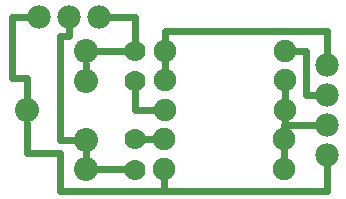
<source format=gtl>
G04 MADE WITH FRITZING*
G04 WWW.FRITZING.ORG*
G04 DOUBLE SIDED*
G04 HOLES PLATED*
G04 CONTOUR ON CENTER OF CONTOUR VECTOR*
%ASAXBY*%
%FSLAX23Y23*%
%MOIN*%
%OFA0B0*%
%SFA1.0B1.0*%
%ADD10C,0.080350*%
%ADD11C,0.070000*%
%ADD12C,0.075000*%
%ADD13C,0.078000*%
%ADD14C,0.024000*%
%ADD15R,0.001000X0.001000*%
%LNCOPPER1*%
G90*
G70*
G54D10*
X182Y396D03*
X379Y593D03*
X379Y494D03*
X379Y297D03*
X379Y199D03*
G54D11*
X542Y593D03*
X542Y493D03*
X542Y198D03*
X542Y299D03*
G54D12*
X642Y592D03*
X1042Y592D03*
X642Y497D03*
X1042Y497D03*
X642Y397D03*
X1042Y397D03*
X641Y299D03*
X1041Y299D03*
X641Y199D03*
X1041Y199D03*
G54D13*
X224Y708D03*
X324Y708D03*
X424Y708D03*
X1182Y547D03*
X1182Y447D03*
X1182Y347D03*
X1182Y247D03*
G54D14*
X613Y397D02*
X542Y397D01*
D02*
X542Y397D02*
X542Y467D01*
D02*
X613Y299D02*
X568Y299D01*
D02*
X642Y526D02*
X642Y563D01*
D02*
X1042Y426D02*
X1042Y469D01*
D02*
X1042Y369D02*
X1041Y328D01*
D02*
X1041Y270D02*
X1041Y228D01*
D02*
X1182Y660D02*
X1182Y577D01*
D02*
X642Y660D02*
X1182Y660D01*
D02*
X642Y620D02*
X642Y660D01*
D02*
X1152Y447D02*
X1112Y447D01*
D02*
X1112Y447D02*
X1112Y592D01*
D02*
X1112Y592D02*
X1071Y592D01*
D02*
X1041Y347D02*
X1152Y347D01*
D02*
X1041Y228D02*
X1041Y347D01*
D02*
X1182Y128D02*
X641Y128D01*
D02*
X1182Y216D02*
X1182Y128D01*
D02*
X641Y128D02*
X641Y171D01*
D02*
X420Y593D02*
X516Y593D01*
D02*
X379Y551D02*
X379Y536D01*
D02*
X379Y240D02*
X379Y256D01*
D02*
X420Y199D02*
X515Y199D01*
D02*
X293Y254D02*
X182Y254D01*
D02*
X182Y254D02*
X182Y355D01*
D02*
X641Y128D02*
X293Y128D01*
D02*
X293Y128D02*
X293Y254D01*
D02*
X641Y171D02*
X641Y128D01*
D02*
X182Y502D02*
X133Y502D01*
D02*
X133Y502D02*
X133Y708D01*
D02*
X133Y708D02*
X194Y708D01*
D02*
X182Y437D02*
X182Y502D01*
D02*
X542Y708D02*
X454Y708D01*
D02*
X542Y619D02*
X542Y708D01*
D02*
X324Y644D02*
X324Y678D01*
D02*
X293Y644D02*
X324Y644D01*
D02*
X337Y297D02*
X293Y297D01*
D02*
X293Y297D02*
X293Y644D01*
G54D15*
D02*
G04 End of Copper1*
M02*
</source>
